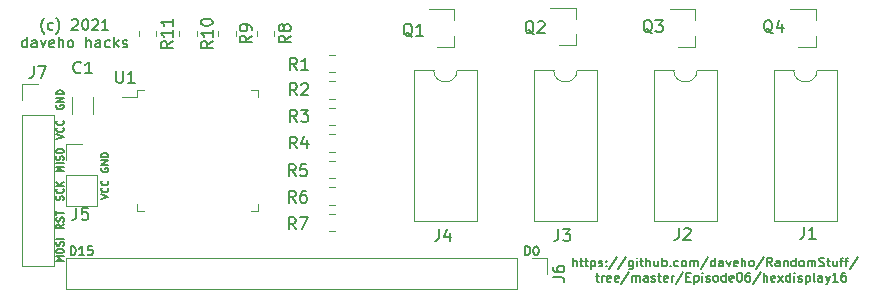
<source format=gbr>
%TF.GenerationSoftware,KiCad,Pcbnew,5.1.9-73d0e3b20d~88~ubuntu20.04.1*%
%TF.CreationDate,2021-03-07T16:47:50-05:00*%
%TF.ProjectId,hexdisplay16,68657864-6973-4706-9c61-7931362e6b69,rev?*%
%TF.SameCoordinates,Original*%
%TF.FileFunction,Legend,Top*%
%TF.FilePolarity,Positive*%
%FSLAX46Y46*%
G04 Gerber Fmt 4.6, Leading zero omitted, Abs format (unit mm)*
G04 Created by KiCad (PCBNEW 5.1.9-73d0e3b20d~88~ubuntu20.04.1) date 2021-03-07 16:47:50*
%MOMM*%
%LPD*%
G01*
G04 APERTURE LIST*
%ADD10C,0.150000*%
%ADD11C,0.120000*%
G04 APERTURE END LIST*
D10*
X83571428Y-133700000D02*
X84171428Y-133500000D01*
X83571428Y-133300000D01*
X84114285Y-132757142D02*
X84142857Y-132785714D01*
X84171428Y-132871428D01*
X84171428Y-132928571D01*
X84142857Y-133014285D01*
X84085714Y-133071428D01*
X84028571Y-133100000D01*
X83914285Y-133128571D01*
X83828571Y-133128571D01*
X83714285Y-133100000D01*
X83657142Y-133071428D01*
X83600000Y-133014285D01*
X83571428Y-132928571D01*
X83571428Y-132871428D01*
X83600000Y-132785714D01*
X83628571Y-132757142D01*
X84114285Y-132157142D02*
X84142857Y-132185714D01*
X84171428Y-132271428D01*
X84171428Y-132328571D01*
X84142857Y-132414285D01*
X84085714Y-132471428D01*
X84028571Y-132500000D01*
X83914285Y-132528571D01*
X83828571Y-132528571D01*
X83714285Y-132500000D01*
X83657142Y-132471428D01*
X83600000Y-132414285D01*
X83571428Y-132328571D01*
X83571428Y-132271428D01*
X83600000Y-132185714D01*
X83628571Y-132157142D01*
X83600000Y-131057142D02*
X83571428Y-131114285D01*
X83571428Y-131200000D01*
X83600000Y-131285714D01*
X83657142Y-131342857D01*
X83714285Y-131371428D01*
X83828571Y-131400000D01*
X83914285Y-131400000D01*
X84028571Y-131371428D01*
X84085714Y-131342857D01*
X84142857Y-131285714D01*
X84171428Y-131200000D01*
X84171428Y-131142857D01*
X84142857Y-131057142D01*
X84114285Y-131028571D01*
X83914285Y-131028571D01*
X83914285Y-131142857D01*
X84171428Y-130771428D02*
X83571428Y-130771428D01*
X84171428Y-130428571D01*
X83571428Y-130428571D01*
X84171428Y-130142857D02*
X83571428Y-130142857D01*
X83571428Y-130000000D01*
X83600000Y-129914285D01*
X83657142Y-129857142D01*
X83714285Y-129828571D01*
X83828571Y-129800000D01*
X83914285Y-129800000D01*
X84028571Y-129828571D01*
X84085714Y-129857142D01*
X84142857Y-129914285D01*
X84171428Y-130000000D01*
X84171428Y-130142857D01*
X80371428Y-138942857D02*
X79771428Y-138942857D01*
X80200000Y-138742857D01*
X79771428Y-138542857D01*
X80371428Y-138542857D01*
X79771428Y-138142857D02*
X79771428Y-138028571D01*
X79800000Y-137971428D01*
X79857142Y-137914285D01*
X79971428Y-137885714D01*
X80171428Y-137885714D01*
X80285714Y-137914285D01*
X80342857Y-137971428D01*
X80371428Y-138028571D01*
X80371428Y-138142857D01*
X80342857Y-138200000D01*
X80285714Y-138257142D01*
X80171428Y-138285714D01*
X79971428Y-138285714D01*
X79857142Y-138257142D01*
X79800000Y-138200000D01*
X79771428Y-138142857D01*
X80342857Y-137657142D02*
X80371428Y-137571428D01*
X80371428Y-137428571D01*
X80342857Y-137371428D01*
X80314285Y-137342857D01*
X80257142Y-137314285D01*
X80200000Y-137314285D01*
X80142857Y-137342857D01*
X80114285Y-137371428D01*
X80085714Y-137428571D01*
X80057142Y-137542857D01*
X80028571Y-137600000D01*
X80000000Y-137628571D01*
X79942857Y-137657142D01*
X79885714Y-137657142D01*
X79828571Y-137628571D01*
X79800000Y-137600000D01*
X79771428Y-137542857D01*
X79771428Y-137400000D01*
X79800000Y-137314285D01*
X80371428Y-137057142D02*
X79771428Y-137057142D01*
X80371428Y-135828571D02*
X80085714Y-136028571D01*
X80371428Y-136171428D02*
X79771428Y-136171428D01*
X79771428Y-135942857D01*
X79800000Y-135885714D01*
X79828571Y-135857142D01*
X79885714Y-135828571D01*
X79971428Y-135828571D01*
X80028571Y-135857142D01*
X80057142Y-135885714D01*
X80085714Y-135942857D01*
X80085714Y-136171428D01*
X80342857Y-135600000D02*
X80371428Y-135514285D01*
X80371428Y-135371428D01*
X80342857Y-135314285D01*
X80314285Y-135285714D01*
X80257142Y-135257142D01*
X80200000Y-135257142D01*
X80142857Y-135285714D01*
X80114285Y-135314285D01*
X80085714Y-135371428D01*
X80057142Y-135485714D01*
X80028571Y-135542857D01*
X80000000Y-135571428D01*
X79942857Y-135600000D01*
X79885714Y-135600000D01*
X79828571Y-135571428D01*
X79800000Y-135542857D01*
X79771428Y-135485714D01*
X79771428Y-135342857D01*
X79800000Y-135257142D01*
X79771428Y-135085714D02*
X79771428Y-134742857D01*
X80371428Y-134914285D02*
X79771428Y-134914285D01*
X80342857Y-133771428D02*
X80371428Y-133685714D01*
X80371428Y-133542857D01*
X80342857Y-133485714D01*
X80314285Y-133457142D01*
X80257142Y-133428571D01*
X80200000Y-133428571D01*
X80142857Y-133457142D01*
X80114285Y-133485714D01*
X80085714Y-133542857D01*
X80057142Y-133657142D01*
X80028571Y-133714285D01*
X80000000Y-133742857D01*
X79942857Y-133771428D01*
X79885714Y-133771428D01*
X79828571Y-133742857D01*
X79800000Y-133714285D01*
X79771428Y-133657142D01*
X79771428Y-133514285D01*
X79800000Y-133428571D01*
X80314285Y-132828571D02*
X80342857Y-132857142D01*
X80371428Y-132942857D01*
X80371428Y-133000000D01*
X80342857Y-133085714D01*
X80285714Y-133142857D01*
X80228571Y-133171428D01*
X80114285Y-133200000D01*
X80028571Y-133200000D01*
X79914285Y-133171428D01*
X79857142Y-133142857D01*
X79800000Y-133085714D01*
X79771428Y-133000000D01*
X79771428Y-132942857D01*
X79800000Y-132857142D01*
X79828571Y-132828571D01*
X80371428Y-132571428D02*
X79771428Y-132571428D01*
X80371428Y-132228571D02*
X80028571Y-132485714D01*
X79771428Y-132228571D02*
X80114285Y-132571428D01*
X80371428Y-131342857D02*
X79771428Y-131342857D01*
X80200000Y-131142857D01*
X79771428Y-130942857D01*
X80371428Y-130942857D01*
X80371428Y-130657142D02*
X79771428Y-130657142D01*
X80342857Y-130400000D02*
X80371428Y-130314285D01*
X80371428Y-130171428D01*
X80342857Y-130114285D01*
X80314285Y-130085714D01*
X80257142Y-130057142D01*
X80200000Y-130057142D01*
X80142857Y-130085714D01*
X80114285Y-130114285D01*
X80085714Y-130171428D01*
X80057142Y-130285714D01*
X80028571Y-130342857D01*
X80000000Y-130371428D01*
X79942857Y-130400000D01*
X79885714Y-130400000D01*
X79828571Y-130371428D01*
X79800000Y-130342857D01*
X79771428Y-130285714D01*
X79771428Y-130142857D01*
X79800000Y-130057142D01*
X79771428Y-129685714D02*
X79771428Y-129571428D01*
X79800000Y-129514285D01*
X79857142Y-129457142D01*
X79971428Y-129428571D01*
X80171428Y-129428571D01*
X80285714Y-129457142D01*
X80342857Y-129514285D01*
X80371428Y-129571428D01*
X80371428Y-129685714D01*
X80342857Y-129742857D01*
X80285714Y-129800000D01*
X80171428Y-129828571D01*
X79971428Y-129828571D01*
X79857142Y-129800000D01*
X79800000Y-129742857D01*
X79771428Y-129685714D01*
X79771428Y-128600000D02*
X80371428Y-128400000D01*
X79771428Y-128200000D01*
X80314285Y-127657142D02*
X80342857Y-127685714D01*
X80371428Y-127771428D01*
X80371428Y-127828571D01*
X80342857Y-127914285D01*
X80285714Y-127971428D01*
X80228571Y-128000000D01*
X80114285Y-128028571D01*
X80028571Y-128028571D01*
X79914285Y-128000000D01*
X79857142Y-127971428D01*
X79800000Y-127914285D01*
X79771428Y-127828571D01*
X79771428Y-127771428D01*
X79800000Y-127685714D01*
X79828571Y-127657142D01*
X80314285Y-127057142D02*
X80342857Y-127085714D01*
X80371428Y-127171428D01*
X80371428Y-127228571D01*
X80342857Y-127314285D01*
X80285714Y-127371428D01*
X80228571Y-127400000D01*
X80114285Y-127428571D01*
X80028571Y-127428571D01*
X79914285Y-127400000D01*
X79857142Y-127371428D01*
X79800000Y-127314285D01*
X79771428Y-127228571D01*
X79771428Y-127171428D01*
X79800000Y-127085714D01*
X79828571Y-127057142D01*
X79800000Y-125757142D02*
X79771428Y-125814285D01*
X79771428Y-125900000D01*
X79800000Y-125985714D01*
X79857142Y-126042857D01*
X79914285Y-126071428D01*
X80028571Y-126100000D01*
X80114285Y-126100000D01*
X80228571Y-126071428D01*
X80285714Y-126042857D01*
X80342857Y-125985714D01*
X80371428Y-125900000D01*
X80371428Y-125842857D01*
X80342857Y-125757142D01*
X80314285Y-125728571D01*
X80114285Y-125728571D01*
X80114285Y-125842857D01*
X80371428Y-125471428D02*
X79771428Y-125471428D01*
X80371428Y-125128571D01*
X79771428Y-125128571D01*
X80371428Y-124842857D02*
X79771428Y-124842857D01*
X79771428Y-124700000D01*
X79800000Y-124614285D01*
X79857142Y-124557142D01*
X79914285Y-124528571D01*
X80028571Y-124500000D01*
X80114285Y-124500000D01*
X80228571Y-124528571D01*
X80285714Y-124557142D01*
X80342857Y-124614285D01*
X80371428Y-124700000D01*
X80371428Y-124842857D01*
X78728571Y-119700000D02*
X78685714Y-119657142D01*
X78600000Y-119528571D01*
X78557142Y-119442857D01*
X78514285Y-119314285D01*
X78471428Y-119100000D01*
X78471428Y-118928571D01*
X78514285Y-118714285D01*
X78557142Y-118585714D01*
X78600000Y-118500000D01*
X78685714Y-118371428D01*
X78728571Y-118328571D01*
X79457142Y-119314285D02*
X79371428Y-119357142D01*
X79200000Y-119357142D01*
X79114285Y-119314285D01*
X79071428Y-119271428D01*
X79028571Y-119185714D01*
X79028571Y-118928571D01*
X79071428Y-118842857D01*
X79114285Y-118800000D01*
X79200000Y-118757142D01*
X79371428Y-118757142D01*
X79457142Y-118800000D01*
X79757142Y-119700000D02*
X79800000Y-119657142D01*
X79885714Y-119528571D01*
X79928571Y-119442857D01*
X79971428Y-119314285D01*
X80014285Y-119100000D01*
X80014285Y-118928571D01*
X79971428Y-118714285D01*
X79928571Y-118585714D01*
X79885714Y-118500000D01*
X79800000Y-118371428D01*
X79757142Y-118328571D01*
X81085714Y-118542857D02*
X81128571Y-118500000D01*
X81214285Y-118457142D01*
X81428571Y-118457142D01*
X81514285Y-118500000D01*
X81557142Y-118542857D01*
X81600000Y-118628571D01*
X81600000Y-118714285D01*
X81557142Y-118842857D01*
X81042857Y-119357142D01*
X81600000Y-119357142D01*
X82157142Y-118457142D02*
X82242857Y-118457142D01*
X82328571Y-118500000D01*
X82371428Y-118542857D01*
X82414285Y-118628571D01*
X82457142Y-118800000D01*
X82457142Y-119014285D01*
X82414285Y-119185714D01*
X82371428Y-119271428D01*
X82328571Y-119314285D01*
X82242857Y-119357142D01*
X82157142Y-119357142D01*
X82071428Y-119314285D01*
X82028571Y-119271428D01*
X81985714Y-119185714D01*
X81942857Y-119014285D01*
X81942857Y-118800000D01*
X81985714Y-118628571D01*
X82028571Y-118542857D01*
X82071428Y-118500000D01*
X82157142Y-118457142D01*
X82800000Y-118542857D02*
X82842857Y-118500000D01*
X82928571Y-118457142D01*
X83142857Y-118457142D01*
X83228571Y-118500000D01*
X83271428Y-118542857D01*
X83314285Y-118628571D01*
X83314285Y-118714285D01*
X83271428Y-118842857D01*
X82757142Y-119357142D01*
X83314285Y-119357142D01*
X84171428Y-119357142D02*
X83657142Y-119357142D01*
X83914285Y-119357142D02*
X83914285Y-118457142D01*
X83828571Y-118585714D01*
X83742857Y-118671428D01*
X83657142Y-118714285D01*
X77271428Y-120857142D02*
X77271428Y-119957142D01*
X77271428Y-120814285D02*
X77185714Y-120857142D01*
X77014285Y-120857142D01*
X76928571Y-120814285D01*
X76885714Y-120771428D01*
X76842857Y-120685714D01*
X76842857Y-120428571D01*
X76885714Y-120342857D01*
X76928571Y-120300000D01*
X77014285Y-120257142D01*
X77185714Y-120257142D01*
X77271428Y-120300000D01*
X78085714Y-120857142D02*
X78085714Y-120385714D01*
X78042857Y-120300000D01*
X77957142Y-120257142D01*
X77785714Y-120257142D01*
X77700000Y-120300000D01*
X78085714Y-120814285D02*
X78000000Y-120857142D01*
X77785714Y-120857142D01*
X77700000Y-120814285D01*
X77657142Y-120728571D01*
X77657142Y-120642857D01*
X77700000Y-120557142D01*
X77785714Y-120514285D01*
X78000000Y-120514285D01*
X78085714Y-120471428D01*
X78428571Y-120257142D02*
X78642857Y-120857142D01*
X78857142Y-120257142D01*
X79542857Y-120814285D02*
X79457142Y-120857142D01*
X79285714Y-120857142D01*
X79200000Y-120814285D01*
X79157142Y-120728571D01*
X79157142Y-120385714D01*
X79200000Y-120300000D01*
X79285714Y-120257142D01*
X79457142Y-120257142D01*
X79542857Y-120300000D01*
X79585714Y-120385714D01*
X79585714Y-120471428D01*
X79157142Y-120557142D01*
X79971428Y-120857142D02*
X79971428Y-119957142D01*
X80357142Y-120857142D02*
X80357142Y-120385714D01*
X80314285Y-120300000D01*
X80228571Y-120257142D01*
X80100000Y-120257142D01*
X80014285Y-120300000D01*
X79971428Y-120342857D01*
X80914285Y-120857142D02*
X80828571Y-120814285D01*
X80785714Y-120771428D01*
X80742857Y-120685714D01*
X80742857Y-120428571D01*
X80785714Y-120342857D01*
X80828571Y-120300000D01*
X80914285Y-120257142D01*
X81042857Y-120257142D01*
X81128571Y-120300000D01*
X81171428Y-120342857D01*
X81214285Y-120428571D01*
X81214285Y-120685714D01*
X81171428Y-120771428D01*
X81128571Y-120814285D01*
X81042857Y-120857142D01*
X80914285Y-120857142D01*
X82285714Y-120857142D02*
X82285714Y-119957142D01*
X82671428Y-120857142D02*
X82671428Y-120385714D01*
X82628571Y-120300000D01*
X82542857Y-120257142D01*
X82414285Y-120257142D01*
X82328571Y-120300000D01*
X82285714Y-120342857D01*
X83485714Y-120857142D02*
X83485714Y-120385714D01*
X83442857Y-120300000D01*
X83357142Y-120257142D01*
X83185714Y-120257142D01*
X83100000Y-120300000D01*
X83485714Y-120814285D02*
X83400000Y-120857142D01*
X83185714Y-120857142D01*
X83100000Y-120814285D01*
X83057142Y-120728571D01*
X83057142Y-120642857D01*
X83100000Y-120557142D01*
X83185714Y-120514285D01*
X83400000Y-120514285D01*
X83485714Y-120471428D01*
X84300000Y-120814285D02*
X84214285Y-120857142D01*
X84042857Y-120857142D01*
X83957142Y-120814285D01*
X83914285Y-120771428D01*
X83871428Y-120685714D01*
X83871428Y-120428571D01*
X83914285Y-120342857D01*
X83957142Y-120300000D01*
X84042857Y-120257142D01*
X84214285Y-120257142D01*
X84300000Y-120300000D01*
X84685714Y-120857142D02*
X84685714Y-119957142D01*
X84771428Y-120514285D02*
X85028571Y-120857142D01*
X85028571Y-120257142D02*
X84685714Y-120600000D01*
X85371428Y-120814285D02*
X85457142Y-120857142D01*
X85628571Y-120857142D01*
X85714285Y-120814285D01*
X85757142Y-120728571D01*
X85757142Y-120685714D01*
X85714285Y-120600000D01*
X85628571Y-120557142D01*
X85500000Y-120557142D01*
X85414285Y-120514285D01*
X85371428Y-120428571D01*
X85371428Y-120385714D01*
X85414285Y-120300000D01*
X85500000Y-120257142D01*
X85628571Y-120257142D01*
X85714285Y-120300000D01*
X123500000Y-139401785D02*
X123500000Y-138651785D01*
X123821428Y-139401785D02*
X123821428Y-139008928D01*
X123785714Y-138937500D01*
X123714285Y-138901785D01*
X123607142Y-138901785D01*
X123535714Y-138937500D01*
X123500000Y-138973214D01*
X124071428Y-138901785D02*
X124357142Y-138901785D01*
X124178571Y-138651785D02*
X124178571Y-139294642D01*
X124214285Y-139366071D01*
X124285714Y-139401785D01*
X124357142Y-139401785D01*
X124500000Y-138901785D02*
X124785714Y-138901785D01*
X124607142Y-138651785D02*
X124607142Y-139294642D01*
X124642857Y-139366071D01*
X124714285Y-139401785D01*
X124785714Y-139401785D01*
X125035714Y-138901785D02*
X125035714Y-139651785D01*
X125035714Y-138937500D02*
X125107142Y-138901785D01*
X125250000Y-138901785D01*
X125321428Y-138937500D01*
X125357142Y-138973214D01*
X125392857Y-139044642D01*
X125392857Y-139258928D01*
X125357142Y-139330357D01*
X125321428Y-139366071D01*
X125250000Y-139401785D01*
X125107142Y-139401785D01*
X125035714Y-139366071D01*
X125678571Y-139366071D02*
X125750000Y-139401785D01*
X125892857Y-139401785D01*
X125964285Y-139366071D01*
X126000000Y-139294642D01*
X126000000Y-139258928D01*
X125964285Y-139187500D01*
X125892857Y-139151785D01*
X125785714Y-139151785D01*
X125714285Y-139116071D01*
X125678571Y-139044642D01*
X125678571Y-139008928D01*
X125714285Y-138937500D01*
X125785714Y-138901785D01*
X125892857Y-138901785D01*
X125964285Y-138937500D01*
X126321428Y-139330357D02*
X126357142Y-139366071D01*
X126321428Y-139401785D01*
X126285714Y-139366071D01*
X126321428Y-139330357D01*
X126321428Y-139401785D01*
X126321428Y-138937500D02*
X126357142Y-138973214D01*
X126321428Y-139008928D01*
X126285714Y-138973214D01*
X126321428Y-138937500D01*
X126321428Y-139008928D01*
X127214285Y-138616071D02*
X126571428Y-139580357D01*
X128000000Y-138616071D02*
X127357142Y-139580357D01*
X128571428Y-138901785D02*
X128571428Y-139508928D01*
X128535714Y-139580357D01*
X128500000Y-139616071D01*
X128428571Y-139651785D01*
X128321428Y-139651785D01*
X128250000Y-139616071D01*
X128571428Y-139366071D02*
X128500000Y-139401785D01*
X128357142Y-139401785D01*
X128285714Y-139366071D01*
X128250000Y-139330357D01*
X128214285Y-139258928D01*
X128214285Y-139044642D01*
X128250000Y-138973214D01*
X128285714Y-138937500D01*
X128357142Y-138901785D01*
X128500000Y-138901785D01*
X128571428Y-138937500D01*
X128928571Y-139401785D02*
X128928571Y-138901785D01*
X128928571Y-138651785D02*
X128892857Y-138687500D01*
X128928571Y-138723214D01*
X128964285Y-138687500D01*
X128928571Y-138651785D01*
X128928571Y-138723214D01*
X129178571Y-138901785D02*
X129464285Y-138901785D01*
X129285714Y-138651785D02*
X129285714Y-139294642D01*
X129321428Y-139366071D01*
X129392857Y-139401785D01*
X129464285Y-139401785D01*
X129714285Y-139401785D02*
X129714285Y-138651785D01*
X130035714Y-139401785D02*
X130035714Y-139008928D01*
X130000000Y-138937500D01*
X129928571Y-138901785D01*
X129821428Y-138901785D01*
X129750000Y-138937500D01*
X129714285Y-138973214D01*
X130714285Y-138901785D02*
X130714285Y-139401785D01*
X130392857Y-138901785D02*
X130392857Y-139294642D01*
X130428571Y-139366071D01*
X130500000Y-139401785D01*
X130607142Y-139401785D01*
X130678571Y-139366071D01*
X130714285Y-139330357D01*
X131071428Y-139401785D02*
X131071428Y-138651785D01*
X131071428Y-138937500D02*
X131142857Y-138901785D01*
X131285714Y-138901785D01*
X131357142Y-138937500D01*
X131392857Y-138973214D01*
X131428571Y-139044642D01*
X131428571Y-139258928D01*
X131392857Y-139330357D01*
X131357142Y-139366071D01*
X131285714Y-139401785D01*
X131142857Y-139401785D01*
X131071428Y-139366071D01*
X131750000Y-139330357D02*
X131785714Y-139366071D01*
X131750000Y-139401785D01*
X131714285Y-139366071D01*
X131750000Y-139330357D01*
X131750000Y-139401785D01*
X132428571Y-139366071D02*
X132357142Y-139401785D01*
X132214285Y-139401785D01*
X132142857Y-139366071D01*
X132107142Y-139330357D01*
X132071428Y-139258928D01*
X132071428Y-139044642D01*
X132107142Y-138973214D01*
X132142857Y-138937500D01*
X132214285Y-138901785D01*
X132357142Y-138901785D01*
X132428571Y-138937500D01*
X132857142Y-139401785D02*
X132785714Y-139366071D01*
X132750000Y-139330357D01*
X132714285Y-139258928D01*
X132714285Y-139044642D01*
X132750000Y-138973214D01*
X132785714Y-138937500D01*
X132857142Y-138901785D01*
X132964285Y-138901785D01*
X133035714Y-138937500D01*
X133071428Y-138973214D01*
X133107142Y-139044642D01*
X133107142Y-139258928D01*
X133071428Y-139330357D01*
X133035714Y-139366071D01*
X132964285Y-139401785D01*
X132857142Y-139401785D01*
X133428571Y-139401785D02*
X133428571Y-138901785D01*
X133428571Y-138973214D02*
X133464285Y-138937500D01*
X133535714Y-138901785D01*
X133642857Y-138901785D01*
X133714285Y-138937500D01*
X133750000Y-139008928D01*
X133750000Y-139401785D01*
X133750000Y-139008928D02*
X133785714Y-138937500D01*
X133857142Y-138901785D01*
X133964285Y-138901785D01*
X134035714Y-138937500D01*
X134071428Y-139008928D01*
X134071428Y-139401785D01*
X134964285Y-138616071D02*
X134321428Y-139580357D01*
X135535714Y-139401785D02*
X135535714Y-138651785D01*
X135535714Y-139366071D02*
X135464285Y-139401785D01*
X135321428Y-139401785D01*
X135250000Y-139366071D01*
X135214285Y-139330357D01*
X135178571Y-139258928D01*
X135178571Y-139044642D01*
X135214285Y-138973214D01*
X135250000Y-138937500D01*
X135321428Y-138901785D01*
X135464285Y-138901785D01*
X135535714Y-138937500D01*
X136214285Y-139401785D02*
X136214285Y-139008928D01*
X136178571Y-138937500D01*
X136107142Y-138901785D01*
X135964285Y-138901785D01*
X135892857Y-138937500D01*
X136214285Y-139366071D02*
X136142857Y-139401785D01*
X135964285Y-139401785D01*
X135892857Y-139366071D01*
X135857142Y-139294642D01*
X135857142Y-139223214D01*
X135892857Y-139151785D01*
X135964285Y-139116071D01*
X136142857Y-139116071D01*
X136214285Y-139080357D01*
X136500000Y-138901785D02*
X136678571Y-139401785D01*
X136857142Y-138901785D01*
X137428571Y-139366071D02*
X137357142Y-139401785D01*
X137214285Y-139401785D01*
X137142857Y-139366071D01*
X137107142Y-139294642D01*
X137107142Y-139008928D01*
X137142857Y-138937500D01*
X137214285Y-138901785D01*
X137357142Y-138901785D01*
X137428571Y-138937500D01*
X137464285Y-139008928D01*
X137464285Y-139080357D01*
X137107142Y-139151785D01*
X137785714Y-139401785D02*
X137785714Y-138651785D01*
X138107142Y-139401785D02*
X138107142Y-139008928D01*
X138071428Y-138937500D01*
X138000000Y-138901785D01*
X137892857Y-138901785D01*
X137821428Y-138937500D01*
X137785714Y-138973214D01*
X138571428Y-139401785D02*
X138500000Y-139366071D01*
X138464285Y-139330357D01*
X138428571Y-139258928D01*
X138428571Y-139044642D01*
X138464285Y-138973214D01*
X138500000Y-138937500D01*
X138571428Y-138901785D01*
X138678571Y-138901785D01*
X138750000Y-138937500D01*
X138785714Y-138973214D01*
X138821428Y-139044642D01*
X138821428Y-139258928D01*
X138785714Y-139330357D01*
X138750000Y-139366071D01*
X138678571Y-139401785D01*
X138571428Y-139401785D01*
X139678571Y-138616071D02*
X139035714Y-139580357D01*
X140357142Y-139401785D02*
X140107142Y-139044642D01*
X139928571Y-139401785D02*
X139928571Y-138651785D01*
X140214285Y-138651785D01*
X140285714Y-138687500D01*
X140321428Y-138723214D01*
X140357142Y-138794642D01*
X140357142Y-138901785D01*
X140321428Y-138973214D01*
X140285714Y-139008928D01*
X140214285Y-139044642D01*
X139928571Y-139044642D01*
X141000000Y-139401785D02*
X141000000Y-139008928D01*
X140964285Y-138937500D01*
X140892857Y-138901785D01*
X140750000Y-138901785D01*
X140678571Y-138937500D01*
X141000000Y-139366071D02*
X140928571Y-139401785D01*
X140750000Y-139401785D01*
X140678571Y-139366071D01*
X140642857Y-139294642D01*
X140642857Y-139223214D01*
X140678571Y-139151785D01*
X140750000Y-139116071D01*
X140928571Y-139116071D01*
X141000000Y-139080357D01*
X141357142Y-138901785D02*
X141357142Y-139401785D01*
X141357142Y-138973214D02*
X141392857Y-138937500D01*
X141464285Y-138901785D01*
X141571428Y-138901785D01*
X141642857Y-138937500D01*
X141678571Y-139008928D01*
X141678571Y-139401785D01*
X142357142Y-139401785D02*
X142357142Y-138651785D01*
X142357142Y-139366071D02*
X142285714Y-139401785D01*
X142142857Y-139401785D01*
X142071428Y-139366071D01*
X142035714Y-139330357D01*
X142000000Y-139258928D01*
X142000000Y-139044642D01*
X142035714Y-138973214D01*
X142071428Y-138937500D01*
X142142857Y-138901785D01*
X142285714Y-138901785D01*
X142357142Y-138937500D01*
X142821428Y-139401785D02*
X142750000Y-139366071D01*
X142714285Y-139330357D01*
X142678571Y-139258928D01*
X142678571Y-139044642D01*
X142714285Y-138973214D01*
X142750000Y-138937500D01*
X142821428Y-138901785D01*
X142928571Y-138901785D01*
X143000000Y-138937500D01*
X143035714Y-138973214D01*
X143071428Y-139044642D01*
X143071428Y-139258928D01*
X143035714Y-139330357D01*
X143000000Y-139366071D01*
X142928571Y-139401785D01*
X142821428Y-139401785D01*
X143392857Y-139401785D02*
X143392857Y-138901785D01*
X143392857Y-138973214D02*
X143428571Y-138937500D01*
X143500000Y-138901785D01*
X143607142Y-138901785D01*
X143678571Y-138937500D01*
X143714285Y-139008928D01*
X143714285Y-139401785D01*
X143714285Y-139008928D02*
X143750000Y-138937500D01*
X143821428Y-138901785D01*
X143928571Y-138901785D01*
X144000000Y-138937500D01*
X144035714Y-139008928D01*
X144035714Y-139401785D01*
X144357142Y-139366071D02*
X144464285Y-139401785D01*
X144642857Y-139401785D01*
X144714285Y-139366071D01*
X144750000Y-139330357D01*
X144785714Y-139258928D01*
X144785714Y-139187500D01*
X144750000Y-139116071D01*
X144714285Y-139080357D01*
X144642857Y-139044642D01*
X144500000Y-139008928D01*
X144428571Y-138973214D01*
X144392857Y-138937500D01*
X144357142Y-138866071D01*
X144357142Y-138794642D01*
X144392857Y-138723214D01*
X144428571Y-138687500D01*
X144500000Y-138651785D01*
X144678571Y-138651785D01*
X144785714Y-138687500D01*
X145000000Y-138901785D02*
X145285714Y-138901785D01*
X145107142Y-138651785D02*
X145107142Y-139294642D01*
X145142857Y-139366071D01*
X145214285Y-139401785D01*
X145285714Y-139401785D01*
X145857142Y-138901785D02*
X145857142Y-139401785D01*
X145535714Y-138901785D02*
X145535714Y-139294642D01*
X145571428Y-139366071D01*
X145642857Y-139401785D01*
X145750000Y-139401785D01*
X145821428Y-139366071D01*
X145857142Y-139330357D01*
X146107142Y-138901785D02*
X146392857Y-138901785D01*
X146214285Y-139401785D02*
X146214285Y-138758928D01*
X146250000Y-138687500D01*
X146321428Y-138651785D01*
X146392857Y-138651785D01*
X146535714Y-138901785D02*
X146821428Y-138901785D01*
X146642857Y-139401785D02*
X146642857Y-138758928D01*
X146678571Y-138687500D01*
X146750000Y-138651785D01*
X146821428Y-138651785D01*
X147607142Y-138616071D02*
X146964285Y-139580357D01*
X125428571Y-140176785D02*
X125714285Y-140176785D01*
X125535714Y-139926785D02*
X125535714Y-140569642D01*
X125571428Y-140641071D01*
X125642857Y-140676785D01*
X125714285Y-140676785D01*
X125964285Y-140676785D02*
X125964285Y-140176785D01*
X125964285Y-140319642D02*
X126000000Y-140248214D01*
X126035714Y-140212500D01*
X126107142Y-140176785D01*
X126178571Y-140176785D01*
X126714285Y-140641071D02*
X126642857Y-140676785D01*
X126500000Y-140676785D01*
X126428571Y-140641071D01*
X126392857Y-140569642D01*
X126392857Y-140283928D01*
X126428571Y-140212500D01*
X126500000Y-140176785D01*
X126642857Y-140176785D01*
X126714285Y-140212500D01*
X126750000Y-140283928D01*
X126750000Y-140355357D01*
X126392857Y-140426785D01*
X127357142Y-140641071D02*
X127285714Y-140676785D01*
X127142857Y-140676785D01*
X127071428Y-140641071D01*
X127035714Y-140569642D01*
X127035714Y-140283928D01*
X127071428Y-140212500D01*
X127142857Y-140176785D01*
X127285714Y-140176785D01*
X127357142Y-140212500D01*
X127392857Y-140283928D01*
X127392857Y-140355357D01*
X127035714Y-140426785D01*
X128250000Y-139891071D02*
X127607142Y-140855357D01*
X128500000Y-140676785D02*
X128500000Y-140176785D01*
X128500000Y-140248214D02*
X128535714Y-140212500D01*
X128607142Y-140176785D01*
X128714285Y-140176785D01*
X128785714Y-140212500D01*
X128821428Y-140283928D01*
X128821428Y-140676785D01*
X128821428Y-140283928D02*
X128857142Y-140212500D01*
X128928571Y-140176785D01*
X129035714Y-140176785D01*
X129107142Y-140212500D01*
X129142857Y-140283928D01*
X129142857Y-140676785D01*
X129821428Y-140676785D02*
X129821428Y-140283928D01*
X129785714Y-140212500D01*
X129714285Y-140176785D01*
X129571428Y-140176785D01*
X129500000Y-140212500D01*
X129821428Y-140641071D02*
X129750000Y-140676785D01*
X129571428Y-140676785D01*
X129500000Y-140641071D01*
X129464285Y-140569642D01*
X129464285Y-140498214D01*
X129500000Y-140426785D01*
X129571428Y-140391071D01*
X129750000Y-140391071D01*
X129821428Y-140355357D01*
X130142857Y-140641071D02*
X130214285Y-140676785D01*
X130357142Y-140676785D01*
X130428571Y-140641071D01*
X130464285Y-140569642D01*
X130464285Y-140533928D01*
X130428571Y-140462500D01*
X130357142Y-140426785D01*
X130250000Y-140426785D01*
X130178571Y-140391071D01*
X130142857Y-140319642D01*
X130142857Y-140283928D01*
X130178571Y-140212500D01*
X130250000Y-140176785D01*
X130357142Y-140176785D01*
X130428571Y-140212500D01*
X130678571Y-140176785D02*
X130964285Y-140176785D01*
X130785714Y-139926785D02*
X130785714Y-140569642D01*
X130821428Y-140641071D01*
X130892857Y-140676785D01*
X130964285Y-140676785D01*
X131500000Y-140641071D02*
X131428571Y-140676785D01*
X131285714Y-140676785D01*
X131214285Y-140641071D01*
X131178571Y-140569642D01*
X131178571Y-140283928D01*
X131214285Y-140212500D01*
X131285714Y-140176785D01*
X131428571Y-140176785D01*
X131500000Y-140212500D01*
X131535714Y-140283928D01*
X131535714Y-140355357D01*
X131178571Y-140426785D01*
X131857142Y-140676785D02*
X131857142Y-140176785D01*
X131857142Y-140319642D02*
X131892857Y-140248214D01*
X131928571Y-140212500D01*
X132000000Y-140176785D01*
X132071428Y-140176785D01*
X132857142Y-139891071D02*
X132214285Y-140855357D01*
X133107142Y-140283928D02*
X133357142Y-140283928D01*
X133464285Y-140676785D02*
X133107142Y-140676785D01*
X133107142Y-139926785D01*
X133464285Y-139926785D01*
X133785714Y-140176785D02*
X133785714Y-140926785D01*
X133785714Y-140212500D02*
X133857142Y-140176785D01*
X134000000Y-140176785D01*
X134071428Y-140212500D01*
X134107142Y-140248214D01*
X134142857Y-140319642D01*
X134142857Y-140533928D01*
X134107142Y-140605357D01*
X134071428Y-140641071D01*
X134000000Y-140676785D01*
X133857142Y-140676785D01*
X133785714Y-140641071D01*
X134464285Y-140676785D02*
X134464285Y-140176785D01*
X134464285Y-139926785D02*
X134428571Y-139962500D01*
X134464285Y-139998214D01*
X134500000Y-139962500D01*
X134464285Y-139926785D01*
X134464285Y-139998214D01*
X134785714Y-140641071D02*
X134857142Y-140676785D01*
X135000000Y-140676785D01*
X135071428Y-140641071D01*
X135107142Y-140569642D01*
X135107142Y-140533928D01*
X135071428Y-140462500D01*
X135000000Y-140426785D01*
X134892857Y-140426785D01*
X134821428Y-140391071D01*
X134785714Y-140319642D01*
X134785714Y-140283928D01*
X134821428Y-140212500D01*
X134892857Y-140176785D01*
X135000000Y-140176785D01*
X135071428Y-140212500D01*
X135535714Y-140676785D02*
X135464285Y-140641071D01*
X135428571Y-140605357D01*
X135392857Y-140533928D01*
X135392857Y-140319642D01*
X135428571Y-140248214D01*
X135464285Y-140212500D01*
X135535714Y-140176785D01*
X135642857Y-140176785D01*
X135714285Y-140212500D01*
X135750000Y-140248214D01*
X135785714Y-140319642D01*
X135785714Y-140533928D01*
X135750000Y-140605357D01*
X135714285Y-140641071D01*
X135642857Y-140676785D01*
X135535714Y-140676785D01*
X136428571Y-140676785D02*
X136428571Y-139926785D01*
X136428571Y-140641071D02*
X136357142Y-140676785D01*
X136214285Y-140676785D01*
X136142857Y-140641071D01*
X136107142Y-140605357D01*
X136071428Y-140533928D01*
X136071428Y-140319642D01*
X136107142Y-140248214D01*
X136142857Y-140212500D01*
X136214285Y-140176785D01*
X136357142Y-140176785D01*
X136428571Y-140212500D01*
X137071428Y-140641071D02*
X137000000Y-140676785D01*
X136857142Y-140676785D01*
X136785714Y-140641071D01*
X136750000Y-140569642D01*
X136750000Y-140283928D01*
X136785714Y-140212500D01*
X136857142Y-140176785D01*
X137000000Y-140176785D01*
X137071428Y-140212500D01*
X137107142Y-140283928D01*
X137107142Y-140355357D01*
X136750000Y-140426785D01*
X137571428Y-139926785D02*
X137642857Y-139926785D01*
X137714285Y-139962500D01*
X137750000Y-139998214D01*
X137785714Y-140069642D01*
X137821428Y-140212500D01*
X137821428Y-140391071D01*
X137785714Y-140533928D01*
X137750000Y-140605357D01*
X137714285Y-140641071D01*
X137642857Y-140676785D01*
X137571428Y-140676785D01*
X137500000Y-140641071D01*
X137464285Y-140605357D01*
X137428571Y-140533928D01*
X137392857Y-140391071D01*
X137392857Y-140212500D01*
X137428571Y-140069642D01*
X137464285Y-139998214D01*
X137500000Y-139962500D01*
X137571428Y-139926785D01*
X138464285Y-139926785D02*
X138321428Y-139926785D01*
X138250000Y-139962500D01*
X138214285Y-139998214D01*
X138142857Y-140105357D01*
X138107142Y-140248214D01*
X138107142Y-140533928D01*
X138142857Y-140605357D01*
X138178571Y-140641071D01*
X138250000Y-140676785D01*
X138392857Y-140676785D01*
X138464285Y-140641071D01*
X138500000Y-140605357D01*
X138535714Y-140533928D01*
X138535714Y-140355357D01*
X138500000Y-140283928D01*
X138464285Y-140248214D01*
X138392857Y-140212500D01*
X138250000Y-140212500D01*
X138178571Y-140248214D01*
X138142857Y-140283928D01*
X138107142Y-140355357D01*
X139392857Y-139891071D02*
X138750000Y-140855357D01*
X139642857Y-140676785D02*
X139642857Y-139926785D01*
X139964285Y-140676785D02*
X139964285Y-140283928D01*
X139928571Y-140212500D01*
X139857142Y-140176785D01*
X139750000Y-140176785D01*
X139678571Y-140212500D01*
X139642857Y-140248214D01*
X140607142Y-140641071D02*
X140535714Y-140676785D01*
X140392857Y-140676785D01*
X140321428Y-140641071D01*
X140285714Y-140569642D01*
X140285714Y-140283928D01*
X140321428Y-140212500D01*
X140392857Y-140176785D01*
X140535714Y-140176785D01*
X140607142Y-140212500D01*
X140642857Y-140283928D01*
X140642857Y-140355357D01*
X140285714Y-140426785D01*
X140892857Y-140676785D02*
X141285714Y-140176785D01*
X140892857Y-140176785D02*
X141285714Y-140676785D01*
X141892857Y-140676785D02*
X141892857Y-139926785D01*
X141892857Y-140641071D02*
X141821428Y-140676785D01*
X141678571Y-140676785D01*
X141607142Y-140641071D01*
X141571428Y-140605357D01*
X141535714Y-140533928D01*
X141535714Y-140319642D01*
X141571428Y-140248214D01*
X141607142Y-140212500D01*
X141678571Y-140176785D01*
X141821428Y-140176785D01*
X141892857Y-140212500D01*
X142250000Y-140676785D02*
X142250000Y-140176785D01*
X142250000Y-139926785D02*
X142214285Y-139962500D01*
X142250000Y-139998214D01*
X142285714Y-139962500D01*
X142250000Y-139926785D01*
X142250000Y-139998214D01*
X142571428Y-140641071D02*
X142642857Y-140676785D01*
X142785714Y-140676785D01*
X142857142Y-140641071D01*
X142892857Y-140569642D01*
X142892857Y-140533928D01*
X142857142Y-140462500D01*
X142785714Y-140426785D01*
X142678571Y-140426785D01*
X142607142Y-140391071D01*
X142571428Y-140319642D01*
X142571428Y-140283928D01*
X142607142Y-140212500D01*
X142678571Y-140176785D01*
X142785714Y-140176785D01*
X142857142Y-140212500D01*
X143214285Y-140176785D02*
X143214285Y-140926785D01*
X143214285Y-140212500D02*
X143285714Y-140176785D01*
X143428571Y-140176785D01*
X143500000Y-140212500D01*
X143535714Y-140248214D01*
X143571428Y-140319642D01*
X143571428Y-140533928D01*
X143535714Y-140605357D01*
X143500000Y-140641071D01*
X143428571Y-140676785D01*
X143285714Y-140676785D01*
X143214285Y-140641071D01*
X144000000Y-140676785D02*
X143928571Y-140641071D01*
X143892857Y-140569642D01*
X143892857Y-139926785D01*
X144607142Y-140676785D02*
X144607142Y-140283928D01*
X144571428Y-140212500D01*
X144500000Y-140176785D01*
X144357142Y-140176785D01*
X144285714Y-140212500D01*
X144607142Y-140641071D02*
X144535714Y-140676785D01*
X144357142Y-140676785D01*
X144285714Y-140641071D01*
X144250000Y-140569642D01*
X144250000Y-140498214D01*
X144285714Y-140426785D01*
X144357142Y-140391071D01*
X144535714Y-140391071D01*
X144607142Y-140355357D01*
X144892857Y-140176785D02*
X145071428Y-140676785D01*
X145250000Y-140176785D02*
X145071428Y-140676785D01*
X145000000Y-140855357D01*
X144964285Y-140891071D01*
X144892857Y-140926785D01*
X145928571Y-140676785D02*
X145500000Y-140676785D01*
X145714285Y-140676785D02*
X145714285Y-139926785D01*
X145642857Y-140033928D01*
X145571428Y-140105357D01*
X145500000Y-140141071D01*
X146571428Y-139926785D02*
X146428571Y-139926785D01*
X146357142Y-139962500D01*
X146321428Y-139998214D01*
X146250000Y-140105357D01*
X146214285Y-140248214D01*
X146214285Y-140533928D01*
X146250000Y-140605357D01*
X146285714Y-140641071D01*
X146357142Y-140676785D01*
X146500000Y-140676785D01*
X146571428Y-140641071D01*
X146607142Y-140605357D01*
X146642857Y-140533928D01*
X146642857Y-140355357D01*
X146607142Y-140283928D01*
X146571428Y-140248214D01*
X146500000Y-140212500D01*
X146357142Y-140212500D01*
X146285714Y-140248214D01*
X146250000Y-140283928D01*
X146214285Y-140355357D01*
X119446428Y-138439285D02*
X119446428Y-137689285D01*
X119625000Y-137689285D01*
X119732142Y-137725000D01*
X119803571Y-137796428D01*
X119839285Y-137867857D01*
X119875000Y-138010714D01*
X119875000Y-138117857D01*
X119839285Y-138260714D01*
X119803571Y-138332142D01*
X119732142Y-138403571D01*
X119625000Y-138439285D01*
X119446428Y-138439285D01*
X120339285Y-137689285D02*
X120410714Y-137689285D01*
X120482142Y-137725000D01*
X120517857Y-137760714D01*
X120553571Y-137832142D01*
X120589285Y-137975000D01*
X120589285Y-138153571D01*
X120553571Y-138296428D01*
X120517857Y-138367857D01*
X120482142Y-138403571D01*
X120410714Y-138439285D01*
X120339285Y-138439285D01*
X120267857Y-138403571D01*
X120232142Y-138367857D01*
X120196428Y-138296428D01*
X120160714Y-138153571D01*
X120160714Y-137975000D01*
X120196428Y-137832142D01*
X120232142Y-137760714D01*
X120267857Y-137725000D01*
X120339285Y-137689285D01*
X80989285Y-138439285D02*
X80989285Y-137689285D01*
X81167857Y-137689285D01*
X81275000Y-137725000D01*
X81346428Y-137796428D01*
X81382142Y-137867857D01*
X81417857Y-138010714D01*
X81417857Y-138117857D01*
X81382142Y-138260714D01*
X81346428Y-138332142D01*
X81275000Y-138403571D01*
X81167857Y-138439285D01*
X80989285Y-138439285D01*
X82132142Y-138439285D02*
X81703571Y-138439285D01*
X81917857Y-138439285D02*
X81917857Y-137689285D01*
X81846428Y-137796428D01*
X81775000Y-137867857D01*
X81703571Y-137903571D01*
X82810714Y-137689285D02*
X82453571Y-137689285D01*
X82417857Y-138046428D01*
X82453571Y-138010714D01*
X82525000Y-137975000D01*
X82703571Y-137975000D01*
X82775000Y-138010714D01*
X82810714Y-138046428D01*
X82846428Y-138117857D01*
X82846428Y-138296428D01*
X82810714Y-138367857D01*
X82775000Y-138403571D01*
X82703571Y-138439285D01*
X82525000Y-138439285D01*
X82453571Y-138403571D01*
X82417857Y-138367857D01*
D11*
%TO.C,J2*%
X132030000Y-122770000D02*
X130380000Y-122770000D01*
X130380000Y-122770000D02*
X130380000Y-135590000D01*
X130380000Y-135590000D02*
X135680000Y-135590000D01*
X135680000Y-135590000D02*
X135680000Y-122770000D01*
X135680000Y-122770000D02*
X134030000Y-122770000D01*
X134030000Y-122770000D02*
G75*
G02*
X132030000Y-122770000I-1000000J0D01*
G01*
%TO.C,J6*%
X121330000Y-138670000D02*
X121330000Y-140000000D01*
X120000000Y-138670000D02*
X121330000Y-138670000D01*
X118730000Y-138670000D02*
X118730000Y-141330000D01*
X118730000Y-141330000D02*
X80570000Y-141330000D01*
X118730000Y-138670000D02*
X80570000Y-138670000D01*
X80570000Y-138670000D02*
X80570000Y-141330000D01*
%TO.C,C1*%
X82910000Y-126473752D02*
X82910000Y-125051248D01*
X81090000Y-126473752D02*
X81090000Y-125051248D01*
%TO.C,J1*%
X145840000Y-122770000D02*
X144190000Y-122770000D01*
X145840000Y-135590000D02*
X145840000Y-122770000D01*
X140540000Y-135590000D02*
X145840000Y-135590000D01*
X140540000Y-122770000D02*
X140540000Y-135590000D01*
X142190000Y-122770000D02*
X140540000Y-122770000D01*
X144190000Y-122770000D02*
G75*
G02*
X142190000Y-122770000I-1000000J0D01*
G01*
%TO.C,J3*%
X125520000Y-122770000D02*
X123870000Y-122770000D01*
X125520000Y-135590000D02*
X125520000Y-122770000D01*
X120220000Y-135590000D02*
X125520000Y-135590000D01*
X120220000Y-122770000D02*
X120220000Y-135590000D01*
X121870000Y-122770000D02*
X120220000Y-122770000D01*
X123870000Y-122770000D02*
G75*
G02*
X121870000Y-122770000I-1000000J0D01*
G01*
%TO.C,J4*%
X111710000Y-122770000D02*
X110060000Y-122770000D01*
X110060000Y-122770000D02*
X110060000Y-135590000D01*
X110060000Y-135590000D02*
X115360000Y-135590000D01*
X115360000Y-135590000D02*
X115360000Y-122770000D01*
X115360000Y-122770000D02*
X113710000Y-122770000D01*
X113710000Y-122770000D02*
G75*
G02*
X111710000Y-122770000I-1000000J0D01*
G01*
%TO.C,J5*%
X80570000Y-129050000D02*
X81900000Y-129050000D01*
X80570000Y-130380000D02*
X80570000Y-129050000D01*
X80570000Y-131650000D02*
X83230000Y-131650000D01*
X83230000Y-131650000D02*
X83230000Y-134250000D01*
X80570000Y-131650000D02*
X80570000Y-134250000D01*
X80570000Y-134250000D02*
X83230000Y-134250000D01*
%TO.C,J7*%
X76870000Y-123970000D02*
X78200000Y-123970000D01*
X76870000Y-125300000D02*
X76870000Y-123970000D01*
X76870000Y-126570000D02*
X79530000Y-126570000D01*
X79530000Y-126570000D02*
X79530000Y-139330000D01*
X76870000Y-126570000D02*
X76870000Y-139330000D01*
X76870000Y-139330000D02*
X79530000Y-139330000D01*
%TO.C,Q1*%
X113460000Y-120780000D02*
X113460000Y-119850000D01*
X113460000Y-117620000D02*
X113460000Y-118550000D01*
X113460000Y-117620000D02*
X111300000Y-117620000D01*
X113460000Y-120780000D02*
X112000000Y-120780000D01*
%TO.C,Q2*%
X123760000Y-120680000D02*
X122300000Y-120680000D01*
X123760000Y-117520000D02*
X121600000Y-117520000D01*
X123760000Y-117520000D02*
X123760000Y-118450000D01*
X123760000Y-120680000D02*
X123760000Y-119750000D01*
%TO.C,Q3*%
X133860000Y-120780000D02*
X132400000Y-120780000D01*
X133860000Y-117620000D02*
X131700000Y-117620000D01*
X133860000Y-117620000D02*
X133860000Y-118550000D01*
X133860000Y-120780000D02*
X133860000Y-119850000D01*
%TO.C,Q4*%
X144060000Y-120780000D02*
X144060000Y-119850000D01*
X144060000Y-117620000D02*
X144060000Y-118550000D01*
X144060000Y-117620000D02*
X141900000Y-117620000D01*
X144060000Y-120780000D02*
X142600000Y-120780000D01*
%TO.C,R1*%
X102872936Y-122935000D02*
X103327064Y-122935000D01*
X102872936Y-121465000D02*
X103327064Y-121465000D01*
%TO.C,R2*%
X102872936Y-123715000D02*
X103327064Y-123715000D01*
X102872936Y-125185000D02*
X103327064Y-125185000D01*
%TO.C,R3*%
X102872936Y-127435000D02*
X103327064Y-127435000D01*
X102872936Y-125965000D02*
X103327064Y-125965000D01*
%TO.C,R4*%
X102872936Y-128215000D02*
X103327064Y-128215000D01*
X102872936Y-129685000D02*
X103327064Y-129685000D01*
%TO.C,R5*%
X102872936Y-131935000D02*
X103327064Y-131935000D01*
X102872936Y-130465000D02*
X103327064Y-130465000D01*
%TO.C,R6*%
X102872936Y-132715000D02*
X103327064Y-132715000D01*
X102872936Y-134185000D02*
X103327064Y-134185000D01*
%TO.C,R7*%
X102872936Y-136435000D02*
X103327064Y-136435000D01*
X102872936Y-134965000D02*
X103327064Y-134965000D01*
%TO.C,R8*%
X96765000Y-119472936D02*
X96765000Y-119927064D01*
X98235000Y-119472936D02*
X98235000Y-119927064D01*
%TO.C,R9*%
X94935000Y-119472936D02*
X94935000Y-119927064D01*
X93465000Y-119472936D02*
X93465000Y-119927064D01*
%TO.C,R10*%
X90165000Y-119472936D02*
X90165000Y-119927064D01*
X91635000Y-119472936D02*
X91635000Y-119927064D01*
%TO.C,R11*%
X88235000Y-119472936D02*
X88235000Y-119927064D01*
X86765000Y-119472936D02*
X86765000Y-119927064D01*
%TO.C,U1*%
X86590000Y-125065000D02*
X85300000Y-125065000D01*
X86590000Y-124490000D02*
X86590000Y-125065000D01*
X87165000Y-124490000D02*
X86590000Y-124490000D01*
X96810000Y-124490000D02*
X96810000Y-125065000D01*
X96235000Y-124490000D02*
X96810000Y-124490000D01*
X86590000Y-134710000D02*
X86590000Y-134135000D01*
X87165000Y-134710000D02*
X86590000Y-134710000D01*
X96810000Y-134710000D02*
X96810000Y-134135000D01*
X96235000Y-134710000D02*
X96810000Y-134710000D01*
%TO.C,J2*%
D10*
X132466666Y-136152380D02*
X132466666Y-136866666D01*
X132419047Y-137009523D01*
X132323809Y-137104761D01*
X132180952Y-137152380D01*
X132085714Y-137152380D01*
X132895238Y-136247619D02*
X132942857Y-136200000D01*
X133038095Y-136152380D01*
X133276190Y-136152380D01*
X133371428Y-136200000D01*
X133419047Y-136247619D01*
X133466666Y-136342857D01*
X133466666Y-136438095D01*
X133419047Y-136580952D01*
X132847619Y-137152380D01*
X133466666Y-137152380D01*
%TO.C,J6*%
X121782380Y-140333333D02*
X122496666Y-140333333D01*
X122639523Y-140380952D01*
X122734761Y-140476190D01*
X122782380Y-140619047D01*
X122782380Y-140714285D01*
X121782380Y-139428571D02*
X121782380Y-139619047D01*
X121830000Y-139714285D01*
X121877619Y-139761904D01*
X122020476Y-139857142D01*
X122210952Y-139904761D01*
X122591904Y-139904761D01*
X122687142Y-139857142D01*
X122734761Y-139809523D01*
X122782380Y-139714285D01*
X122782380Y-139523809D01*
X122734761Y-139428571D01*
X122687142Y-139380952D01*
X122591904Y-139333333D01*
X122353809Y-139333333D01*
X122258571Y-139380952D01*
X122210952Y-139428571D01*
X122163333Y-139523809D01*
X122163333Y-139714285D01*
X122210952Y-139809523D01*
X122258571Y-139857142D01*
X122353809Y-139904761D01*
%TO.C,C1*%
X81833333Y-122957142D02*
X81785714Y-123004761D01*
X81642857Y-123052380D01*
X81547619Y-123052380D01*
X81404761Y-123004761D01*
X81309523Y-122909523D01*
X81261904Y-122814285D01*
X81214285Y-122623809D01*
X81214285Y-122480952D01*
X81261904Y-122290476D01*
X81309523Y-122195238D01*
X81404761Y-122100000D01*
X81547619Y-122052380D01*
X81642857Y-122052380D01*
X81785714Y-122100000D01*
X81833333Y-122147619D01*
X82785714Y-123052380D02*
X82214285Y-123052380D01*
X82500000Y-123052380D02*
X82500000Y-122052380D01*
X82404761Y-122195238D01*
X82309523Y-122290476D01*
X82214285Y-122338095D01*
%TO.C,J1*%
X143066666Y-136052380D02*
X143066666Y-136766666D01*
X143019047Y-136909523D01*
X142923809Y-137004761D01*
X142780952Y-137052380D01*
X142685714Y-137052380D01*
X144066666Y-137052380D02*
X143495238Y-137052380D01*
X143780952Y-137052380D02*
X143780952Y-136052380D01*
X143685714Y-136195238D01*
X143590476Y-136290476D01*
X143495238Y-136338095D01*
%TO.C,J3*%
X122266666Y-136252380D02*
X122266666Y-136966666D01*
X122219047Y-137109523D01*
X122123809Y-137204761D01*
X121980952Y-137252380D01*
X121885714Y-137252380D01*
X122647619Y-136252380D02*
X123266666Y-136252380D01*
X122933333Y-136633333D01*
X123076190Y-136633333D01*
X123171428Y-136680952D01*
X123219047Y-136728571D01*
X123266666Y-136823809D01*
X123266666Y-137061904D01*
X123219047Y-137157142D01*
X123171428Y-137204761D01*
X123076190Y-137252380D01*
X122790476Y-137252380D01*
X122695238Y-137204761D01*
X122647619Y-137157142D01*
%TO.C,J4*%
X112166666Y-136252380D02*
X112166666Y-136966666D01*
X112119047Y-137109523D01*
X112023809Y-137204761D01*
X111880952Y-137252380D01*
X111785714Y-137252380D01*
X113071428Y-136585714D02*
X113071428Y-137252380D01*
X112833333Y-136204761D02*
X112595238Y-136919047D01*
X113214285Y-136919047D01*
%TO.C,J5*%
X81466666Y-134452380D02*
X81466666Y-135166666D01*
X81419047Y-135309523D01*
X81323809Y-135404761D01*
X81180952Y-135452380D01*
X81085714Y-135452380D01*
X82419047Y-134452380D02*
X81942857Y-134452380D01*
X81895238Y-134928571D01*
X81942857Y-134880952D01*
X82038095Y-134833333D01*
X82276190Y-134833333D01*
X82371428Y-134880952D01*
X82419047Y-134928571D01*
X82466666Y-135023809D01*
X82466666Y-135261904D01*
X82419047Y-135357142D01*
X82371428Y-135404761D01*
X82276190Y-135452380D01*
X82038095Y-135452380D01*
X81942857Y-135404761D01*
X81895238Y-135357142D01*
%TO.C,J7*%
X77866666Y-122422380D02*
X77866666Y-123136666D01*
X77819047Y-123279523D01*
X77723809Y-123374761D01*
X77580952Y-123422380D01*
X77485714Y-123422380D01*
X78247619Y-122422380D02*
X78914285Y-122422380D01*
X78485714Y-123422380D01*
%TO.C,Q1*%
X109904761Y-119947619D02*
X109809523Y-119900000D01*
X109714285Y-119804761D01*
X109571428Y-119661904D01*
X109476190Y-119614285D01*
X109380952Y-119614285D01*
X109428571Y-119852380D02*
X109333333Y-119804761D01*
X109238095Y-119709523D01*
X109190476Y-119519047D01*
X109190476Y-119185714D01*
X109238095Y-118995238D01*
X109333333Y-118900000D01*
X109428571Y-118852380D01*
X109619047Y-118852380D01*
X109714285Y-118900000D01*
X109809523Y-118995238D01*
X109857142Y-119185714D01*
X109857142Y-119519047D01*
X109809523Y-119709523D01*
X109714285Y-119804761D01*
X109619047Y-119852380D01*
X109428571Y-119852380D01*
X110809523Y-119852380D02*
X110238095Y-119852380D01*
X110523809Y-119852380D02*
X110523809Y-118852380D01*
X110428571Y-118995238D01*
X110333333Y-119090476D01*
X110238095Y-119138095D01*
%TO.C,Q2*%
X120204761Y-119747619D02*
X120109523Y-119700000D01*
X120014285Y-119604761D01*
X119871428Y-119461904D01*
X119776190Y-119414285D01*
X119680952Y-119414285D01*
X119728571Y-119652380D02*
X119633333Y-119604761D01*
X119538095Y-119509523D01*
X119490476Y-119319047D01*
X119490476Y-118985714D01*
X119538095Y-118795238D01*
X119633333Y-118700000D01*
X119728571Y-118652380D01*
X119919047Y-118652380D01*
X120014285Y-118700000D01*
X120109523Y-118795238D01*
X120157142Y-118985714D01*
X120157142Y-119319047D01*
X120109523Y-119509523D01*
X120014285Y-119604761D01*
X119919047Y-119652380D01*
X119728571Y-119652380D01*
X120538095Y-118747619D02*
X120585714Y-118700000D01*
X120680952Y-118652380D01*
X120919047Y-118652380D01*
X121014285Y-118700000D01*
X121061904Y-118747619D01*
X121109523Y-118842857D01*
X121109523Y-118938095D01*
X121061904Y-119080952D01*
X120490476Y-119652380D01*
X121109523Y-119652380D01*
%TO.C,Q3*%
X130204761Y-119647619D02*
X130109523Y-119600000D01*
X130014285Y-119504761D01*
X129871428Y-119361904D01*
X129776190Y-119314285D01*
X129680952Y-119314285D01*
X129728571Y-119552380D02*
X129633333Y-119504761D01*
X129538095Y-119409523D01*
X129490476Y-119219047D01*
X129490476Y-118885714D01*
X129538095Y-118695238D01*
X129633333Y-118600000D01*
X129728571Y-118552380D01*
X129919047Y-118552380D01*
X130014285Y-118600000D01*
X130109523Y-118695238D01*
X130157142Y-118885714D01*
X130157142Y-119219047D01*
X130109523Y-119409523D01*
X130014285Y-119504761D01*
X129919047Y-119552380D01*
X129728571Y-119552380D01*
X130490476Y-118552380D02*
X131109523Y-118552380D01*
X130776190Y-118933333D01*
X130919047Y-118933333D01*
X131014285Y-118980952D01*
X131061904Y-119028571D01*
X131109523Y-119123809D01*
X131109523Y-119361904D01*
X131061904Y-119457142D01*
X131014285Y-119504761D01*
X130919047Y-119552380D01*
X130633333Y-119552380D01*
X130538095Y-119504761D01*
X130490476Y-119457142D01*
%TO.C,Q4*%
X140404761Y-119647619D02*
X140309523Y-119600000D01*
X140214285Y-119504761D01*
X140071428Y-119361904D01*
X139976190Y-119314285D01*
X139880952Y-119314285D01*
X139928571Y-119552380D02*
X139833333Y-119504761D01*
X139738095Y-119409523D01*
X139690476Y-119219047D01*
X139690476Y-118885714D01*
X139738095Y-118695238D01*
X139833333Y-118600000D01*
X139928571Y-118552380D01*
X140119047Y-118552380D01*
X140214285Y-118600000D01*
X140309523Y-118695238D01*
X140357142Y-118885714D01*
X140357142Y-119219047D01*
X140309523Y-119409523D01*
X140214285Y-119504761D01*
X140119047Y-119552380D01*
X139928571Y-119552380D01*
X141214285Y-118885714D02*
X141214285Y-119552380D01*
X140976190Y-118504761D02*
X140738095Y-119219047D01*
X141357142Y-119219047D01*
%TO.C,R1*%
X100133333Y-122752380D02*
X99800000Y-122276190D01*
X99561904Y-122752380D02*
X99561904Y-121752380D01*
X99942857Y-121752380D01*
X100038095Y-121800000D01*
X100085714Y-121847619D01*
X100133333Y-121942857D01*
X100133333Y-122085714D01*
X100085714Y-122180952D01*
X100038095Y-122228571D01*
X99942857Y-122276190D01*
X99561904Y-122276190D01*
X101085714Y-122752380D02*
X100514285Y-122752380D01*
X100800000Y-122752380D02*
X100800000Y-121752380D01*
X100704761Y-121895238D01*
X100609523Y-121990476D01*
X100514285Y-122038095D01*
%TO.C,R2*%
X100133333Y-124902380D02*
X99800000Y-124426190D01*
X99561904Y-124902380D02*
X99561904Y-123902380D01*
X99942857Y-123902380D01*
X100038095Y-123950000D01*
X100085714Y-123997619D01*
X100133333Y-124092857D01*
X100133333Y-124235714D01*
X100085714Y-124330952D01*
X100038095Y-124378571D01*
X99942857Y-124426190D01*
X99561904Y-124426190D01*
X100514285Y-123997619D02*
X100561904Y-123950000D01*
X100657142Y-123902380D01*
X100895238Y-123902380D01*
X100990476Y-123950000D01*
X101038095Y-123997619D01*
X101085714Y-124092857D01*
X101085714Y-124188095D01*
X101038095Y-124330952D01*
X100466666Y-124902380D01*
X101085714Y-124902380D01*
%TO.C,R3*%
X100133333Y-127152380D02*
X99800000Y-126676190D01*
X99561904Y-127152380D02*
X99561904Y-126152380D01*
X99942857Y-126152380D01*
X100038095Y-126200000D01*
X100085714Y-126247619D01*
X100133333Y-126342857D01*
X100133333Y-126485714D01*
X100085714Y-126580952D01*
X100038095Y-126628571D01*
X99942857Y-126676190D01*
X99561904Y-126676190D01*
X100466666Y-126152380D02*
X101085714Y-126152380D01*
X100752380Y-126533333D01*
X100895238Y-126533333D01*
X100990476Y-126580952D01*
X101038095Y-126628571D01*
X101085714Y-126723809D01*
X101085714Y-126961904D01*
X101038095Y-127057142D01*
X100990476Y-127104761D01*
X100895238Y-127152380D01*
X100609523Y-127152380D01*
X100514285Y-127104761D01*
X100466666Y-127057142D01*
%TO.C,R4*%
X100133333Y-129402380D02*
X99800000Y-128926190D01*
X99561904Y-129402380D02*
X99561904Y-128402380D01*
X99942857Y-128402380D01*
X100038095Y-128450000D01*
X100085714Y-128497619D01*
X100133333Y-128592857D01*
X100133333Y-128735714D01*
X100085714Y-128830952D01*
X100038095Y-128878571D01*
X99942857Y-128926190D01*
X99561904Y-128926190D01*
X100990476Y-128735714D02*
X100990476Y-129402380D01*
X100752380Y-128354761D02*
X100514285Y-129069047D01*
X101133333Y-129069047D01*
%TO.C,R5*%
X100033333Y-131752380D02*
X99700000Y-131276190D01*
X99461904Y-131752380D02*
X99461904Y-130752380D01*
X99842857Y-130752380D01*
X99938095Y-130800000D01*
X99985714Y-130847619D01*
X100033333Y-130942857D01*
X100033333Y-131085714D01*
X99985714Y-131180952D01*
X99938095Y-131228571D01*
X99842857Y-131276190D01*
X99461904Y-131276190D01*
X100938095Y-130752380D02*
X100461904Y-130752380D01*
X100414285Y-131228571D01*
X100461904Y-131180952D01*
X100557142Y-131133333D01*
X100795238Y-131133333D01*
X100890476Y-131180952D01*
X100938095Y-131228571D01*
X100985714Y-131323809D01*
X100985714Y-131561904D01*
X100938095Y-131657142D01*
X100890476Y-131704761D01*
X100795238Y-131752380D01*
X100557142Y-131752380D01*
X100461904Y-131704761D01*
X100414285Y-131657142D01*
%TO.C,R6*%
X100033333Y-134002380D02*
X99700000Y-133526190D01*
X99461904Y-134002380D02*
X99461904Y-133002380D01*
X99842857Y-133002380D01*
X99938095Y-133050000D01*
X99985714Y-133097619D01*
X100033333Y-133192857D01*
X100033333Y-133335714D01*
X99985714Y-133430952D01*
X99938095Y-133478571D01*
X99842857Y-133526190D01*
X99461904Y-133526190D01*
X100890476Y-133002380D02*
X100700000Y-133002380D01*
X100604761Y-133050000D01*
X100557142Y-133097619D01*
X100461904Y-133240476D01*
X100414285Y-133430952D01*
X100414285Y-133811904D01*
X100461904Y-133907142D01*
X100509523Y-133954761D01*
X100604761Y-134002380D01*
X100795238Y-134002380D01*
X100890476Y-133954761D01*
X100938095Y-133907142D01*
X100985714Y-133811904D01*
X100985714Y-133573809D01*
X100938095Y-133478571D01*
X100890476Y-133430952D01*
X100795238Y-133383333D01*
X100604761Y-133383333D01*
X100509523Y-133430952D01*
X100461904Y-133478571D01*
X100414285Y-133573809D01*
%TO.C,R7*%
X100033333Y-136252380D02*
X99700000Y-135776190D01*
X99461904Y-136252380D02*
X99461904Y-135252380D01*
X99842857Y-135252380D01*
X99938095Y-135300000D01*
X99985714Y-135347619D01*
X100033333Y-135442857D01*
X100033333Y-135585714D01*
X99985714Y-135680952D01*
X99938095Y-135728571D01*
X99842857Y-135776190D01*
X99461904Y-135776190D01*
X100366666Y-135252380D02*
X101033333Y-135252380D01*
X100604761Y-136252380D01*
%TO.C,R8*%
X99602380Y-119866666D02*
X99126190Y-120200000D01*
X99602380Y-120438095D02*
X98602380Y-120438095D01*
X98602380Y-120057142D01*
X98650000Y-119961904D01*
X98697619Y-119914285D01*
X98792857Y-119866666D01*
X98935714Y-119866666D01*
X99030952Y-119914285D01*
X99078571Y-119961904D01*
X99126190Y-120057142D01*
X99126190Y-120438095D01*
X99030952Y-119295238D02*
X98983333Y-119390476D01*
X98935714Y-119438095D01*
X98840476Y-119485714D01*
X98792857Y-119485714D01*
X98697619Y-119438095D01*
X98650000Y-119390476D01*
X98602380Y-119295238D01*
X98602380Y-119104761D01*
X98650000Y-119009523D01*
X98697619Y-118961904D01*
X98792857Y-118914285D01*
X98840476Y-118914285D01*
X98935714Y-118961904D01*
X98983333Y-119009523D01*
X99030952Y-119104761D01*
X99030952Y-119295238D01*
X99078571Y-119390476D01*
X99126190Y-119438095D01*
X99221428Y-119485714D01*
X99411904Y-119485714D01*
X99507142Y-119438095D01*
X99554761Y-119390476D01*
X99602380Y-119295238D01*
X99602380Y-119104761D01*
X99554761Y-119009523D01*
X99507142Y-118961904D01*
X99411904Y-118914285D01*
X99221428Y-118914285D01*
X99126190Y-118961904D01*
X99078571Y-119009523D01*
X99030952Y-119104761D01*
%TO.C,R9*%
X96302380Y-119866666D02*
X95826190Y-120200000D01*
X96302380Y-120438095D02*
X95302380Y-120438095D01*
X95302380Y-120057142D01*
X95350000Y-119961904D01*
X95397619Y-119914285D01*
X95492857Y-119866666D01*
X95635714Y-119866666D01*
X95730952Y-119914285D01*
X95778571Y-119961904D01*
X95826190Y-120057142D01*
X95826190Y-120438095D01*
X96302380Y-119390476D02*
X96302380Y-119200000D01*
X96254761Y-119104761D01*
X96207142Y-119057142D01*
X96064285Y-118961904D01*
X95873809Y-118914285D01*
X95492857Y-118914285D01*
X95397619Y-118961904D01*
X95350000Y-119009523D01*
X95302380Y-119104761D01*
X95302380Y-119295238D01*
X95350000Y-119390476D01*
X95397619Y-119438095D01*
X95492857Y-119485714D01*
X95730952Y-119485714D01*
X95826190Y-119438095D01*
X95873809Y-119390476D01*
X95921428Y-119295238D01*
X95921428Y-119104761D01*
X95873809Y-119009523D01*
X95826190Y-118961904D01*
X95730952Y-118914285D01*
%TO.C,R10*%
X93002380Y-120342857D02*
X92526190Y-120676190D01*
X93002380Y-120914285D02*
X92002380Y-120914285D01*
X92002380Y-120533333D01*
X92050000Y-120438095D01*
X92097619Y-120390476D01*
X92192857Y-120342857D01*
X92335714Y-120342857D01*
X92430952Y-120390476D01*
X92478571Y-120438095D01*
X92526190Y-120533333D01*
X92526190Y-120914285D01*
X93002380Y-119390476D02*
X93002380Y-119961904D01*
X93002380Y-119676190D02*
X92002380Y-119676190D01*
X92145238Y-119771428D01*
X92240476Y-119866666D01*
X92288095Y-119961904D01*
X92002380Y-118771428D02*
X92002380Y-118676190D01*
X92050000Y-118580952D01*
X92097619Y-118533333D01*
X92192857Y-118485714D01*
X92383333Y-118438095D01*
X92621428Y-118438095D01*
X92811904Y-118485714D01*
X92907142Y-118533333D01*
X92954761Y-118580952D01*
X93002380Y-118676190D01*
X93002380Y-118771428D01*
X92954761Y-118866666D01*
X92907142Y-118914285D01*
X92811904Y-118961904D01*
X92621428Y-119009523D01*
X92383333Y-119009523D01*
X92192857Y-118961904D01*
X92097619Y-118914285D01*
X92050000Y-118866666D01*
X92002380Y-118771428D01*
%TO.C,R11*%
X89602380Y-120342857D02*
X89126190Y-120676190D01*
X89602380Y-120914285D02*
X88602380Y-120914285D01*
X88602380Y-120533333D01*
X88650000Y-120438095D01*
X88697619Y-120390476D01*
X88792857Y-120342857D01*
X88935714Y-120342857D01*
X89030952Y-120390476D01*
X89078571Y-120438095D01*
X89126190Y-120533333D01*
X89126190Y-120914285D01*
X89602380Y-119390476D02*
X89602380Y-119961904D01*
X89602380Y-119676190D02*
X88602380Y-119676190D01*
X88745238Y-119771428D01*
X88840476Y-119866666D01*
X88888095Y-119961904D01*
X89602380Y-118438095D02*
X89602380Y-119009523D01*
X89602380Y-118723809D02*
X88602380Y-118723809D01*
X88745238Y-118819047D01*
X88840476Y-118914285D01*
X88888095Y-119009523D01*
%TO.C,U1*%
X84838095Y-122852380D02*
X84838095Y-123661904D01*
X84885714Y-123757142D01*
X84933333Y-123804761D01*
X85028571Y-123852380D01*
X85219047Y-123852380D01*
X85314285Y-123804761D01*
X85361904Y-123757142D01*
X85409523Y-123661904D01*
X85409523Y-122852380D01*
X86409523Y-123852380D02*
X85838095Y-123852380D01*
X86123809Y-123852380D02*
X86123809Y-122852380D01*
X86028571Y-122995238D01*
X85933333Y-123090476D01*
X85838095Y-123138095D01*
%TD*%
M02*

</source>
